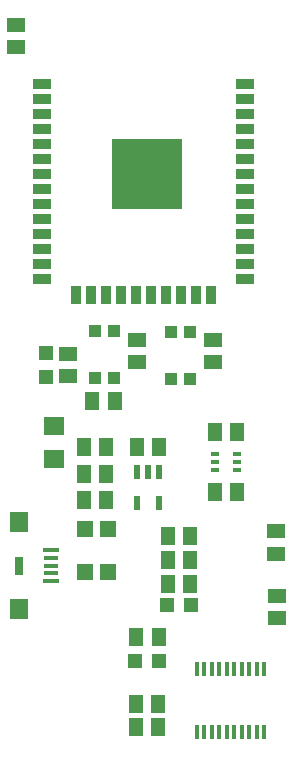
<source format=gtp>
G75*
%MOIN*%
%OFA0B0*%
%FSLAX25Y25*%
%IPPOS*%
%LPD*%
%AMOC8*
5,1,8,0,0,1.08239X$1,22.5*
%
%ADD10R,0.04882X0.05906*%
%ADD11R,0.02165X0.04724*%
%ADD12R,0.04724X0.04724*%
%ADD13R,0.05906X0.04882*%
%ADD14R,0.05906X0.03543*%
%ADD15R,0.03543X0.05906*%
%ADD16R,0.23622X0.23622*%
%ADD17R,0.04724X0.05118*%
%ADD18R,0.03937X0.03937*%
%ADD19R,0.05512X0.05512*%
%ADD20R,0.01500X0.04500*%
%ADD21R,0.02598X0.01181*%
%ADD22R,0.07087X0.06299*%
%ADD23R,0.05709X0.01575*%
%ADD24R,0.05906X0.07087*%
%ADD25R,0.02756X0.05906*%
%ADD26R,0.04921X0.01181*%
D10*
X0051230Y0092900D03*
X0051230Y0101400D03*
X0051230Y0110400D03*
X0058710Y0110400D03*
X0058710Y0101400D03*
X0058710Y0092900D03*
X0068955Y0110400D03*
X0076435Y0110400D03*
X0079255Y0080709D03*
X0079255Y0072692D03*
X0079255Y0064900D03*
X0086735Y0064900D03*
X0086735Y0072692D03*
X0086735Y0080709D03*
X0094855Y0095400D03*
X0102335Y0095400D03*
X0102335Y0115400D03*
X0094855Y0115400D03*
X0061585Y0125650D03*
X0054105Y0125650D03*
X0068705Y0047100D03*
X0076185Y0047100D03*
X0076085Y0024900D03*
X0076075Y0017150D03*
X0068605Y0024900D03*
X0068595Y0017150D03*
D11*
X0068955Y0091881D03*
X0068955Y0102119D03*
X0072695Y0102119D03*
X0076435Y0102119D03*
X0076435Y0091881D03*
D12*
X0078861Y0057775D03*
X0087129Y0057775D03*
X0038795Y0133616D03*
X0038795Y0141884D03*
D13*
X0045895Y0141540D03*
X0045895Y0134060D03*
X0069045Y0138660D03*
X0069045Y0146140D03*
X0094345Y0146140D03*
X0094345Y0138660D03*
X0115345Y0082390D03*
X0115345Y0074910D03*
X0115595Y0060890D03*
X0115595Y0053410D03*
X0028595Y0243660D03*
X0028595Y0251140D03*
D14*
X0037237Y0231585D03*
X0037237Y0226585D03*
X0037237Y0221585D03*
X0037237Y0216585D03*
X0037237Y0211585D03*
X0037237Y0206585D03*
X0037237Y0201585D03*
X0037237Y0196585D03*
X0037237Y0191585D03*
X0037237Y0186585D03*
X0037237Y0181585D03*
X0037237Y0176585D03*
X0037237Y0171585D03*
X0037237Y0166585D03*
X0104953Y0166585D03*
X0104953Y0171585D03*
X0104953Y0176585D03*
X0104953Y0181585D03*
X0104953Y0186585D03*
X0104953Y0191585D03*
X0104953Y0196585D03*
X0104953Y0201585D03*
X0104953Y0206585D03*
X0104953Y0211585D03*
X0104953Y0216585D03*
X0104953Y0221585D03*
X0104953Y0226585D03*
X0104953Y0231585D03*
D15*
X0093654Y0161113D03*
X0088654Y0161113D03*
X0083654Y0161113D03*
X0078654Y0161113D03*
X0073654Y0161113D03*
X0068654Y0161113D03*
X0063654Y0161113D03*
X0058654Y0161113D03*
X0053654Y0161113D03*
X0048654Y0161113D03*
D16*
X0072434Y0201270D03*
D17*
X0076345Y0039100D03*
X0068345Y0039100D03*
D18*
X0061195Y0133276D03*
X0054896Y0133276D03*
X0054896Y0149024D03*
X0061195Y0149024D03*
X0080196Y0148774D03*
X0086495Y0148774D03*
X0086495Y0133026D03*
X0080196Y0133026D03*
D19*
X0059195Y0083183D03*
X0059195Y0068617D03*
X0051570Y0068617D03*
X0051570Y0083183D03*
D20*
X0088845Y0036450D03*
X0091345Y0036450D03*
X0093845Y0036450D03*
X0096345Y0036450D03*
X0098845Y0036450D03*
X0101345Y0036450D03*
X0103845Y0036450D03*
X0106345Y0036450D03*
X0108845Y0036450D03*
X0111345Y0036450D03*
X0111345Y0015350D03*
X0108845Y0015350D03*
X0106345Y0015350D03*
X0103845Y0015350D03*
X0101345Y0015350D03*
X0098845Y0015350D03*
X0096345Y0015350D03*
X0093845Y0015350D03*
X0091345Y0015350D03*
X0088845Y0015350D03*
D21*
X0094973Y0102841D03*
X0094973Y0105400D03*
X0094973Y0107959D03*
X0102217Y0107959D03*
X0102217Y0105400D03*
X0102217Y0102841D03*
D22*
X0041395Y0106288D03*
X0041395Y0117312D03*
D23*
X0040423Y0076018D03*
X0040423Y0065782D03*
D24*
X0029695Y0056396D03*
X0029695Y0085404D03*
D25*
X0029695Y0070900D03*
D26*
X0040423Y0070900D03*
X0040423Y0068341D03*
X0040423Y0073459D03*
M02*

</source>
